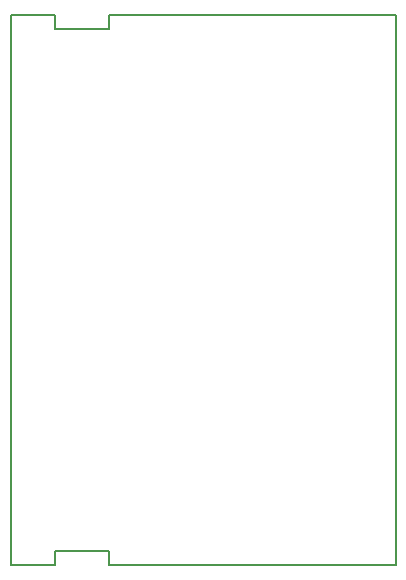
<source format=gbr>
G04 #@! TF.GenerationSoftware,KiCad,Pcbnew,(2017-12-21 revision 23d71cfa9)-makepkg*
G04 #@! TF.CreationDate,2018-08-18T12:49:31-04:00*
G04 #@! TF.ProjectId,OdysseyDaughterCardFlipFlop,4F647973736579446175676874657243,0.1*
G04 #@! TF.SameCoordinates,Original*
G04 #@! TF.FileFunction,Profile,NP*
%FSLAX46Y46*%
G04 Gerber Fmt 4.6, Leading zero omitted, Abs format (unit mm)*
G04 Created by KiCad (PCBNEW (2017-12-21 revision 23d71cfa9)-makepkg) date 08/18/18 12:49:31*
%MOMM*%
%LPD*%
G01*
G04 APERTURE LIST*
%ADD10C,0.150000*%
G04 APERTURE END LIST*
D10*
X155067000Y-77700000D02*
X155067000Y-124300000D01*
X126175000Y-77700000D02*
X122425000Y-77700000D01*
X126175000Y-78900000D02*
X126175000Y-77700000D01*
X130775000Y-78900000D02*
X126175000Y-78900000D01*
X130775000Y-77700000D02*
X130775000Y-78900000D01*
X155067000Y-77700000D02*
X130775000Y-77700000D01*
X130775000Y-124300000D02*
X155067000Y-124300000D01*
X130775000Y-123100000D02*
X130775000Y-124300000D01*
X126175000Y-123100000D02*
X130775000Y-123100000D01*
X126175000Y-124300000D02*
X126175000Y-123100000D01*
X122425000Y-124300000D02*
X126175000Y-124300000D01*
X122425000Y-124300000D02*
X122425000Y-77700000D01*
M02*

</source>
